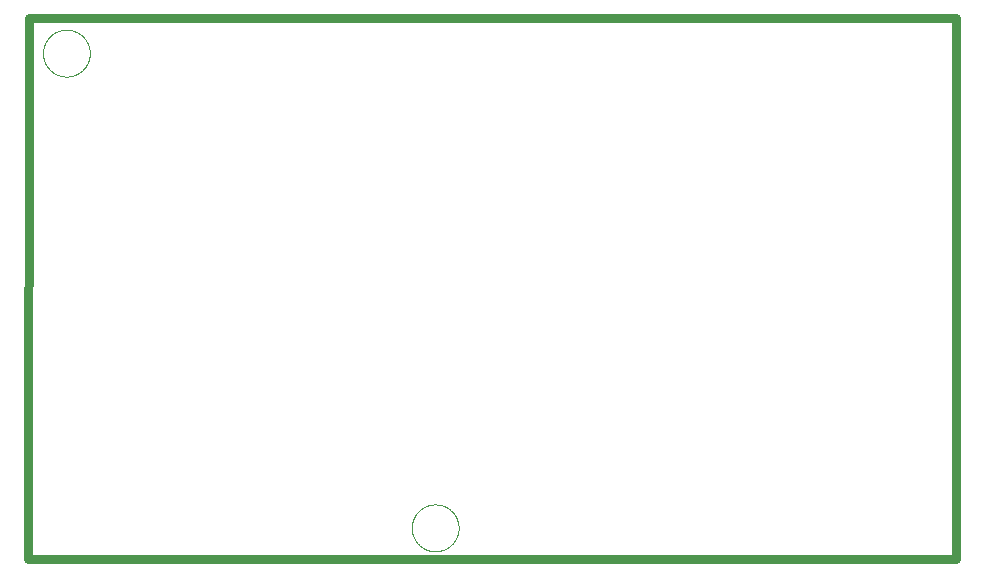
<source format=gko>
G04 EAGLE Gerber RS-274X export*
G75*
%MOMM*%
%FSLAX34Y34*%
%LPD*%
%INSlot drill/holes/outline*%
%IPPOS*%
%AMOC8*
5,1,8,0,0,1.08239X$1,22.5*%
G01*
%ADD10C,0.762000*%
%ADD11C,0.000000*%


D10*
X1016Y-206126D02*
X786511Y-206126D01*
X787156Y251348D01*
X1661Y251993D01*
X1016Y-206126D01*
D11*
X13704Y221935D02*
X13710Y222422D01*
X13728Y222909D01*
X13758Y223395D01*
X13800Y223880D01*
X13853Y224364D01*
X13919Y224847D01*
X13996Y225328D01*
X14085Y225806D01*
X14186Y226283D01*
X14299Y226757D01*
X14423Y227228D01*
X14558Y227695D01*
X14706Y228160D01*
X14864Y228620D01*
X15034Y229077D01*
X15215Y229529D01*
X15406Y229977D01*
X15609Y230419D01*
X15823Y230857D01*
X16047Y231289D01*
X16282Y231716D01*
X16527Y232137D01*
X16783Y232551D01*
X17048Y232960D01*
X17324Y233361D01*
X17609Y233756D01*
X17904Y234144D01*
X18208Y234524D01*
X18522Y234897D01*
X18845Y235261D01*
X19176Y235618D01*
X19516Y235967D01*
X19865Y236307D01*
X20222Y236638D01*
X20586Y236961D01*
X20959Y237275D01*
X21339Y237579D01*
X21727Y237874D01*
X22122Y238159D01*
X22523Y238435D01*
X22932Y238700D01*
X23346Y238956D01*
X23767Y239201D01*
X24194Y239436D01*
X24626Y239660D01*
X25064Y239874D01*
X25506Y240077D01*
X25954Y240268D01*
X26406Y240449D01*
X26863Y240619D01*
X27323Y240777D01*
X27788Y240925D01*
X28255Y241060D01*
X28726Y241184D01*
X29200Y241297D01*
X29677Y241398D01*
X30155Y241487D01*
X30636Y241564D01*
X31119Y241630D01*
X31603Y241683D01*
X32088Y241725D01*
X32574Y241755D01*
X33061Y241773D01*
X33548Y241779D01*
X34035Y241773D01*
X34522Y241755D01*
X35008Y241725D01*
X35493Y241683D01*
X35977Y241630D01*
X36460Y241564D01*
X36941Y241487D01*
X37419Y241398D01*
X37896Y241297D01*
X38370Y241184D01*
X38841Y241060D01*
X39308Y240925D01*
X39773Y240777D01*
X40233Y240619D01*
X40690Y240449D01*
X41142Y240268D01*
X41590Y240077D01*
X42032Y239874D01*
X42470Y239660D01*
X42902Y239436D01*
X43329Y239201D01*
X43750Y238956D01*
X44164Y238700D01*
X44573Y238435D01*
X44974Y238159D01*
X45369Y237874D01*
X45757Y237579D01*
X46137Y237275D01*
X46510Y236961D01*
X46874Y236638D01*
X47231Y236307D01*
X47580Y235967D01*
X47920Y235618D01*
X48251Y235261D01*
X48574Y234897D01*
X48888Y234524D01*
X49192Y234144D01*
X49487Y233756D01*
X49772Y233361D01*
X50048Y232960D01*
X50313Y232551D01*
X50569Y232137D01*
X50814Y231716D01*
X51049Y231289D01*
X51273Y230857D01*
X51487Y230419D01*
X51690Y229977D01*
X51881Y229529D01*
X52062Y229077D01*
X52232Y228620D01*
X52390Y228160D01*
X52538Y227695D01*
X52673Y227228D01*
X52797Y226757D01*
X52910Y226283D01*
X53011Y225806D01*
X53100Y225328D01*
X53177Y224847D01*
X53243Y224364D01*
X53296Y223880D01*
X53338Y223395D01*
X53368Y222909D01*
X53386Y222422D01*
X53392Y221935D01*
X53386Y221448D01*
X53368Y220961D01*
X53338Y220475D01*
X53296Y219990D01*
X53243Y219506D01*
X53177Y219023D01*
X53100Y218542D01*
X53011Y218064D01*
X52910Y217587D01*
X52797Y217113D01*
X52673Y216642D01*
X52538Y216175D01*
X52390Y215710D01*
X52232Y215250D01*
X52062Y214793D01*
X51881Y214341D01*
X51690Y213893D01*
X51487Y213451D01*
X51273Y213013D01*
X51049Y212581D01*
X50814Y212154D01*
X50569Y211733D01*
X50313Y211319D01*
X50048Y210910D01*
X49772Y210509D01*
X49487Y210114D01*
X49192Y209726D01*
X48888Y209346D01*
X48574Y208973D01*
X48251Y208609D01*
X47920Y208252D01*
X47580Y207903D01*
X47231Y207563D01*
X46874Y207232D01*
X46510Y206909D01*
X46137Y206595D01*
X45757Y206291D01*
X45369Y205996D01*
X44974Y205711D01*
X44573Y205435D01*
X44164Y205170D01*
X43750Y204914D01*
X43329Y204669D01*
X42902Y204434D01*
X42470Y204210D01*
X42032Y203996D01*
X41590Y203793D01*
X41142Y203602D01*
X40690Y203421D01*
X40233Y203251D01*
X39773Y203093D01*
X39308Y202945D01*
X38841Y202810D01*
X38370Y202686D01*
X37896Y202573D01*
X37419Y202472D01*
X36941Y202383D01*
X36460Y202306D01*
X35977Y202240D01*
X35493Y202187D01*
X35008Y202145D01*
X34522Y202115D01*
X34035Y202097D01*
X33548Y202091D01*
X33061Y202097D01*
X32574Y202115D01*
X32088Y202145D01*
X31603Y202187D01*
X31119Y202240D01*
X30636Y202306D01*
X30155Y202383D01*
X29677Y202472D01*
X29200Y202573D01*
X28726Y202686D01*
X28255Y202810D01*
X27788Y202945D01*
X27323Y203093D01*
X26863Y203251D01*
X26406Y203421D01*
X25954Y203602D01*
X25506Y203793D01*
X25064Y203996D01*
X24626Y204210D01*
X24194Y204434D01*
X23767Y204669D01*
X23346Y204914D01*
X22932Y205170D01*
X22523Y205435D01*
X22122Y205711D01*
X21727Y205996D01*
X21339Y206291D01*
X20959Y206595D01*
X20586Y206909D01*
X20222Y207232D01*
X19865Y207563D01*
X19516Y207903D01*
X19176Y208252D01*
X18845Y208609D01*
X18522Y208973D01*
X18208Y209346D01*
X17904Y209726D01*
X17609Y210114D01*
X17324Y210509D01*
X17048Y210910D01*
X16783Y211319D01*
X16527Y211733D01*
X16282Y212154D01*
X16047Y212581D01*
X15823Y213013D01*
X15609Y213451D01*
X15406Y213893D01*
X15215Y214341D01*
X15034Y214793D01*
X14864Y215250D01*
X14706Y215710D01*
X14558Y216175D01*
X14423Y216642D01*
X14299Y217113D01*
X14186Y217587D01*
X14085Y218064D01*
X13996Y218542D01*
X13919Y219023D01*
X13853Y219506D01*
X13800Y219990D01*
X13758Y220475D01*
X13728Y220961D01*
X13710Y221448D01*
X13704Y221935D01*
X325962Y-180000D02*
X325968Y-179513D01*
X325986Y-179026D01*
X326016Y-178540D01*
X326058Y-178055D01*
X326111Y-177571D01*
X326177Y-177088D01*
X326254Y-176607D01*
X326343Y-176129D01*
X326444Y-175652D01*
X326557Y-175178D01*
X326681Y-174707D01*
X326816Y-174240D01*
X326964Y-173775D01*
X327122Y-173315D01*
X327292Y-172858D01*
X327473Y-172406D01*
X327664Y-171958D01*
X327867Y-171516D01*
X328081Y-171078D01*
X328305Y-170646D01*
X328540Y-170219D01*
X328785Y-169798D01*
X329041Y-169384D01*
X329306Y-168975D01*
X329582Y-168574D01*
X329867Y-168179D01*
X330162Y-167791D01*
X330466Y-167411D01*
X330780Y-167038D01*
X331103Y-166674D01*
X331434Y-166317D01*
X331774Y-165968D01*
X332123Y-165628D01*
X332480Y-165297D01*
X332844Y-164974D01*
X333217Y-164660D01*
X333597Y-164356D01*
X333985Y-164061D01*
X334380Y-163776D01*
X334781Y-163500D01*
X335190Y-163235D01*
X335604Y-162979D01*
X336025Y-162734D01*
X336452Y-162499D01*
X336884Y-162275D01*
X337322Y-162061D01*
X337764Y-161858D01*
X338212Y-161667D01*
X338664Y-161486D01*
X339121Y-161316D01*
X339581Y-161158D01*
X340046Y-161010D01*
X340513Y-160875D01*
X340984Y-160751D01*
X341458Y-160638D01*
X341935Y-160537D01*
X342413Y-160448D01*
X342894Y-160371D01*
X343377Y-160305D01*
X343861Y-160252D01*
X344346Y-160210D01*
X344832Y-160180D01*
X345319Y-160162D01*
X345806Y-160156D01*
X346293Y-160162D01*
X346780Y-160180D01*
X347266Y-160210D01*
X347751Y-160252D01*
X348235Y-160305D01*
X348718Y-160371D01*
X349199Y-160448D01*
X349677Y-160537D01*
X350154Y-160638D01*
X350628Y-160751D01*
X351099Y-160875D01*
X351566Y-161010D01*
X352031Y-161158D01*
X352491Y-161316D01*
X352948Y-161486D01*
X353400Y-161667D01*
X353848Y-161858D01*
X354290Y-162061D01*
X354728Y-162275D01*
X355160Y-162499D01*
X355587Y-162734D01*
X356008Y-162979D01*
X356422Y-163235D01*
X356831Y-163500D01*
X357232Y-163776D01*
X357627Y-164061D01*
X358015Y-164356D01*
X358395Y-164660D01*
X358768Y-164974D01*
X359132Y-165297D01*
X359489Y-165628D01*
X359838Y-165968D01*
X360178Y-166317D01*
X360509Y-166674D01*
X360832Y-167038D01*
X361146Y-167411D01*
X361450Y-167791D01*
X361745Y-168179D01*
X362030Y-168574D01*
X362306Y-168975D01*
X362571Y-169384D01*
X362827Y-169798D01*
X363072Y-170219D01*
X363307Y-170646D01*
X363531Y-171078D01*
X363745Y-171516D01*
X363948Y-171958D01*
X364139Y-172406D01*
X364320Y-172858D01*
X364490Y-173315D01*
X364648Y-173775D01*
X364796Y-174240D01*
X364931Y-174707D01*
X365055Y-175178D01*
X365168Y-175652D01*
X365269Y-176129D01*
X365358Y-176607D01*
X365435Y-177088D01*
X365501Y-177571D01*
X365554Y-178055D01*
X365596Y-178540D01*
X365626Y-179026D01*
X365644Y-179513D01*
X365650Y-180000D01*
X365644Y-180487D01*
X365626Y-180974D01*
X365596Y-181460D01*
X365554Y-181945D01*
X365501Y-182429D01*
X365435Y-182912D01*
X365358Y-183393D01*
X365269Y-183871D01*
X365168Y-184348D01*
X365055Y-184822D01*
X364931Y-185293D01*
X364796Y-185760D01*
X364648Y-186225D01*
X364490Y-186685D01*
X364320Y-187142D01*
X364139Y-187594D01*
X363948Y-188042D01*
X363745Y-188484D01*
X363531Y-188922D01*
X363307Y-189354D01*
X363072Y-189781D01*
X362827Y-190202D01*
X362571Y-190616D01*
X362306Y-191025D01*
X362030Y-191426D01*
X361745Y-191821D01*
X361450Y-192209D01*
X361146Y-192589D01*
X360832Y-192962D01*
X360509Y-193326D01*
X360178Y-193683D01*
X359838Y-194032D01*
X359489Y-194372D01*
X359132Y-194703D01*
X358768Y-195026D01*
X358395Y-195340D01*
X358015Y-195644D01*
X357627Y-195939D01*
X357232Y-196224D01*
X356831Y-196500D01*
X356422Y-196765D01*
X356008Y-197021D01*
X355587Y-197266D01*
X355160Y-197501D01*
X354728Y-197725D01*
X354290Y-197939D01*
X353848Y-198142D01*
X353400Y-198333D01*
X352948Y-198514D01*
X352491Y-198684D01*
X352031Y-198842D01*
X351566Y-198990D01*
X351099Y-199125D01*
X350628Y-199249D01*
X350154Y-199362D01*
X349677Y-199463D01*
X349199Y-199552D01*
X348718Y-199629D01*
X348235Y-199695D01*
X347751Y-199748D01*
X347266Y-199790D01*
X346780Y-199820D01*
X346293Y-199838D01*
X345806Y-199844D01*
X345319Y-199838D01*
X344832Y-199820D01*
X344346Y-199790D01*
X343861Y-199748D01*
X343377Y-199695D01*
X342894Y-199629D01*
X342413Y-199552D01*
X341935Y-199463D01*
X341458Y-199362D01*
X340984Y-199249D01*
X340513Y-199125D01*
X340046Y-198990D01*
X339581Y-198842D01*
X339121Y-198684D01*
X338664Y-198514D01*
X338212Y-198333D01*
X337764Y-198142D01*
X337322Y-197939D01*
X336884Y-197725D01*
X336452Y-197501D01*
X336025Y-197266D01*
X335604Y-197021D01*
X335190Y-196765D01*
X334781Y-196500D01*
X334380Y-196224D01*
X333985Y-195939D01*
X333597Y-195644D01*
X333217Y-195340D01*
X332844Y-195026D01*
X332480Y-194703D01*
X332123Y-194372D01*
X331774Y-194032D01*
X331434Y-193683D01*
X331103Y-193326D01*
X330780Y-192962D01*
X330466Y-192589D01*
X330162Y-192209D01*
X329867Y-191821D01*
X329582Y-191426D01*
X329306Y-191025D01*
X329041Y-190616D01*
X328785Y-190202D01*
X328540Y-189781D01*
X328305Y-189354D01*
X328081Y-188922D01*
X327867Y-188484D01*
X327664Y-188042D01*
X327473Y-187594D01*
X327292Y-187142D01*
X327122Y-186685D01*
X326964Y-186225D01*
X326816Y-185760D01*
X326681Y-185293D01*
X326557Y-184822D01*
X326444Y-184348D01*
X326343Y-183871D01*
X326254Y-183393D01*
X326177Y-182912D01*
X326111Y-182429D01*
X326058Y-181945D01*
X326016Y-181460D01*
X325986Y-180974D01*
X325968Y-180487D01*
X325962Y-180000D01*
M02*

</source>
